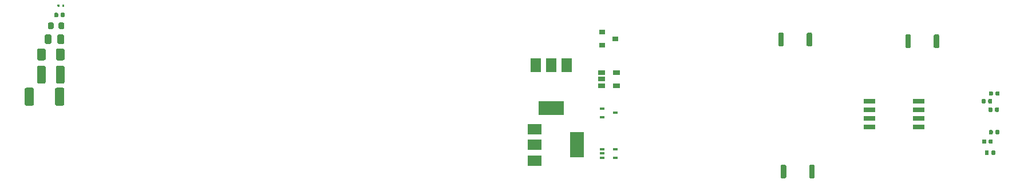
<source format=gbr>
G04 #@! TF.GenerationSoftware,KiCad,Pcbnew,(5.1.5)-3*
G04 #@! TF.CreationDate,2021-08-16T12:29:15-05:00*
G04 #@! TF.ProjectId,Valpo-PCB-Ruler,56616c70-6f2d-4504-9342-2d52756c6572,rev?*
G04 #@! TF.SameCoordinates,Original*
G04 #@! TF.FileFunction,Paste,Bot*
G04 #@! TF.FilePolarity,Positive*
%FSLAX46Y46*%
G04 Gerber Fmt 4.6, Leading zero omitted, Abs format (unit mm)*
G04 Created by KiCad (PCBNEW (5.1.5)-3) date 2021-08-16 12:29:15*
%MOMM*%
%LPD*%
G04 APERTURE LIST*
%ADD10R,0.650000X0.400000*%
%ADD11R,1.060000X0.650000*%
%ADD12R,2.000000X1.500000*%
%ADD13R,2.000000X3.800000*%
%ADD14R,1.500000X2.000000*%
%ADD15R,3.800000X2.000000*%
%ADD16R,0.700000X0.450000*%
%ADD17R,0.900000X0.800000*%
%ADD18R,1.700000X0.650000*%
%ADD19C,0.100000*%
G04 APERTURE END LIST*
D10*
X143438000Y-89282000D03*
X143438000Y-87982000D03*
X141538000Y-88632000D03*
X141538000Y-87982000D03*
X141538000Y-89282000D03*
D11*
X143588000Y-78582000D03*
X143588000Y-76682000D03*
X141388000Y-76682000D03*
X141388000Y-77632000D03*
X141388000Y-78582000D03*
D12*
X131470000Y-89676000D03*
X131470000Y-85076000D03*
X131470000Y-87376000D03*
D13*
X137770000Y-87376000D03*
D14*
X131680000Y-75578000D03*
X136280000Y-75578000D03*
X133980000Y-75578000D03*
D15*
X133980000Y-81878000D03*
D16*
X143488000Y-82632000D03*
X141488000Y-81982000D03*
X141488000Y-83282000D03*
D17*
X143488000Y-71632000D03*
X141488000Y-70682000D03*
X141488000Y-72582000D03*
D18*
X188308000Y-84709000D03*
X188308000Y-83439000D03*
X188308000Y-82169000D03*
X188308000Y-80899000D03*
X181008000Y-80899000D03*
X181008000Y-82169000D03*
X181008000Y-83439000D03*
X181008000Y-84709000D03*
D19*
G36*
X199062258Y-80584510D02*
G01*
X199076576Y-80586634D01*
X199090617Y-80590151D01*
X199104246Y-80595028D01*
X199117331Y-80601217D01*
X199129747Y-80608658D01*
X199141373Y-80617281D01*
X199152098Y-80627002D01*
X199161819Y-80637727D01*
X199170442Y-80649353D01*
X199177883Y-80661769D01*
X199184072Y-80674854D01*
X199188949Y-80688483D01*
X199192466Y-80702524D01*
X199194590Y-80716842D01*
X199195300Y-80731300D01*
X199195300Y-81076300D01*
X199194590Y-81090758D01*
X199192466Y-81105076D01*
X199188949Y-81119117D01*
X199184072Y-81132746D01*
X199177883Y-81145831D01*
X199170442Y-81158247D01*
X199161819Y-81169873D01*
X199152098Y-81180598D01*
X199141373Y-81190319D01*
X199129747Y-81198942D01*
X199117331Y-81206383D01*
X199104246Y-81212572D01*
X199090617Y-81217449D01*
X199076576Y-81220966D01*
X199062258Y-81223090D01*
X199047800Y-81223800D01*
X198752800Y-81223800D01*
X198738342Y-81223090D01*
X198724024Y-81220966D01*
X198709983Y-81217449D01*
X198696354Y-81212572D01*
X198683269Y-81206383D01*
X198670853Y-81198942D01*
X198659227Y-81190319D01*
X198648502Y-81180598D01*
X198638781Y-81169873D01*
X198630158Y-81158247D01*
X198622717Y-81145831D01*
X198616528Y-81132746D01*
X198611651Y-81119117D01*
X198608134Y-81105076D01*
X198606010Y-81090758D01*
X198605300Y-81076300D01*
X198605300Y-80731300D01*
X198606010Y-80716842D01*
X198608134Y-80702524D01*
X198611651Y-80688483D01*
X198616528Y-80674854D01*
X198622717Y-80661769D01*
X198630158Y-80649353D01*
X198638781Y-80637727D01*
X198648502Y-80627002D01*
X198659227Y-80617281D01*
X198670853Y-80608658D01*
X198683269Y-80601217D01*
X198696354Y-80595028D01*
X198709983Y-80590151D01*
X198724024Y-80586634D01*
X198738342Y-80584510D01*
X198752800Y-80583800D01*
X199047800Y-80583800D01*
X199062258Y-80584510D01*
G37*
G36*
X198092258Y-80584510D02*
G01*
X198106576Y-80586634D01*
X198120617Y-80590151D01*
X198134246Y-80595028D01*
X198147331Y-80601217D01*
X198159747Y-80608658D01*
X198171373Y-80617281D01*
X198182098Y-80627002D01*
X198191819Y-80637727D01*
X198200442Y-80649353D01*
X198207883Y-80661769D01*
X198214072Y-80674854D01*
X198218949Y-80688483D01*
X198222466Y-80702524D01*
X198224590Y-80716842D01*
X198225300Y-80731300D01*
X198225300Y-81076300D01*
X198224590Y-81090758D01*
X198222466Y-81105076D01*
X198218949Y-81119117D01*
X198214072Y-81132746D01*
X198207883Y-81145831D01*
X198200442Y-81158247D01*
X198191819Y-81169873D01*
X198182098Y-81180598D01*
X198171373Y-81190319D01*
X198159747Y-81198942D01*
X198147331Y-81206383D01*
X198134246Y-81212572D01*
X198120617Y-81217449D01*
X198106576Y-81220966D01*
X198092258Y-81223090D01*
X198077800Y-81223800D01*
X197782800Y-81223800D01*
X197768342Y-81223090D01*
X197754024Y-81220966D01*
X197739983Y-81217449D01*
X197726354Y-81212572D01*
X197713269Y-81206383D01*
X197700853Y-81198942D01*
X197689227Y-81190319D01*
X197678502Y-81180598D01*
X197668781Y-81169873D01*
X197660158Y-81158247D01*
X197652717Y-81145831D01*
X197646528Y-81132746D01*
X197641651Y-81119117D01*
X197638134Y-81105076D01*
X197636010Y-81090758D01*
X197635300Y-81076300D01*
X197635300Y-80731300D01*
X197636010Y-80716842D01*
X197638134Y-80702524D01*
X197641651Y-80688483D01*
X197646528Y-80674854D01*
X197652717Y-80661769D01*
X197660158Y-80649353D01*
X197668781Y-80637727D01*
X197678502Y-80627002D01*
X197689227Y-80617281D01*
X197700853Y-80608658D01*
X197713269Y-80601217D01*
X197726354Y-80595028D01*
X197739983Y-80590151D01*
X197754024Y-80586634D01*
X197768342Y-80584510D01*
X197782800Y-80583800D01*
X198077800Y-80583800D01*
X198092258Y-80584510D01*
G37*
G36*
X200062258Y-81834510D02*
G01*
X200076576Y-81836634D01*
X200090617Y-81840151D01*
X200104246Y-81845028D01*
X200117331Y-81851217D01*
X200129747Y-81858658D01*
X200141373Y-81867281D01*
X200152098Y-81877002D01*
X200161819Y-81887727D01*
X200170442Y-81899353D01*
X200177883Y-81911769D01*
X200184072Y-81924854D01*
X200188949Y-81938483D01*
X200192466Y-81952524D01*
X200194590Y-81966842D01*
X200195300Y-81981300D01*
X200195300Y-82326300D01*
X200194590Y-82340758D01*
X200192466Y-82355076D01*
X200188949Y-82369117D01*
X200184072Y-82382746D01*
X200177883Y-82395831D01*
X200170442Y-82408247D01*
X200161819Y-82419873D01*
X200152098Y-82430598D01*
X200141373Y-82440319D01*
X200129747Y-82448942D01*
X200117331Y-82456383D01*
X200104246Y-82462572D01*
X200090617Y-82467449D01*
X200076576Y-82470966D01*
X200062258Y-82473090D01*
X200047800Y-82473800D01*
X199752800Y-82473800D01*
X199738342Y-82473090D01*
X199724024Y-82470966D01*
X199709983Y-82467449D01*
X199696354Y-82462572D01*
X199683269Y-82456383D01*
X199670853Y-82448942D01*
X199659227Y-82440319D01*
X199648502Y-82430598D01*
X199638781Y-82419873D01*
X199630158Y-82408247D01*
X199622717Y-82395831D01*
X199616528Y-82382746D01*
X199611651Y-82369117D01*
X199608134Y-82355076D01*
X199606010Y-82340758D01*
X199605300Y-82326300D01*
X199605300Y-81981300D01*
X199606010Y-81966842D01*
X199608134Y-81952524D01*
X199611651Y-81938483D01*
X199616528Y-81924854D01*
X199622717Y-81911769D01*
X199630158Y-81899353D01*
X199638781Y-81887727D01*
X199648502Y-81877002D01*
X199659227Y-81867281D01*
X199670853Y-81858658D01*
X199683269Y-81851217D01*
X199696354Y-81845028D01*
X199709983Y-81840151D01*
X199724024Y-81836634D01*
X199738342Y-81834510D01*
X199752800Y-81833800D01*
X200047800Y-81833800D01*
X200062258Y-81834510D01*
G37*
G36*
X199092258Y-81834510D02*
G01*
X199106576Y-81836634D01*
X199120617Y-81840151D01*
X199134246Y-81845028D01*
X199147331Y-81851217D01*
X199159747Y-81858658D01*
X199171373Y-81867281D01*
X199182098Y-81877002D01*
X199191819Y-81887727D01*
X199200442Y-81899353D01*
X199207883Y-81911769D01*
X199214072Y-81924854D01*
X199218949Y-81938483D01*
X199222466Y-81952524D01*
X199224590Y-81966842D01*
X199225300Y-81981300D01*
X199225300Y-82326300D01*
X199224590Y-82340758D01*
X199222466Y-82355076D01*
X199218949Y-82369117D01*
X199214072Y-82382746D01*
X199207883Y-82395831D01*
X199200442Y-82408247D01*
X199191819Y-82419873D01*
X199182098Y-82430598D01*
X199171373Y-82440319D01*
X199159747Y-82448942D01*
X199147331Y-82456383D01*
X199134246Y-82462572D01*
X199120617Y-82467449D01*
X199106576Y-82470966D01*
X199092258Y-82473090D01*
X199077800Y-82473800D01*
X198782800Y-82473800D01*
X198768342Y-82473090D01*
X198754024Y-82470966D01*
X198739983Y-82467449D01*
X198726354Y-82462572D01*
X198713269Y-82456383D01*
X198700853Y-82448942D01*
X198689227Y-82440319D01*
X198678502Y-82430598D01*
X198668781Y-82419873D01*
X198660158Y-82408247D01*
X198652717Y-82395831D01*
X198646528Y-82382746D01*
X198641651Y-82369117D01*
X198638134Y-82355076D01*
X198636010Y-82340758D01*
X198635300Y-82326300D01*
X198635300Y-81981300D01*
X198636010Y-81966842D01*
X198638134Y-81952524D01*
X198641651Y-81938483D01*
X198646528Y-81924854D01*
X198652717Y-81911769D01*
X198660158Y-81899353D01*
X198668781Y-81887727D01*
X198678502Y-81877002D01*
X198689227Y-81867281D01*
X198700853Y-81858658D01*
X198713269Y-81851217D01*
X198726354Y-81845028D01*
X198739983Y-81840151D01*
X198754024Y-81836634D01*
X198768342Y-81834510D01*
X198782800Y-81833800D01*
X199077800Y-81833800D01*
X199092258Y-81834510D01*
G37*
G36*
X199147958Y-86561410D02*
G01*
X199162276Y-86563534D01*
X199176317Y-86567051D01*
X199189946Y-86571928D01*
X199203031Y-86578117D01*
X199215447Y-86585558D01*
X199227073Y-86594181D01*
X199237798Y-86603902D01*
X199247519Y-86614627D01*
X199256142Y-86626253D01*
X199263583Y-86638669D01*
X199269772Y-86651754D01*
X199274649Y-86665383D01*
X199278166Y-86679424D01*
X199280290Y-86693742D01*
X199281000Y-86708200D01*
X199281000Y-87053200D01*
X199280290Y-87067658D01*
X199278166Y-87081976D01*
X199274649Y-87096017D01*
X199269772Y-87109646D01*
X199263583Y-87122731D01*
X199256142Y-87135147D01*
X199247519Y-87146773D01*
X199237798Y-87157498D01*
X199227073Y-87167219D01*
X199215447Y-87175842D01*
X199203031Y-87183283D01*
X199189946Y-87189472D01*
X199176317Y-87194349D01*
X199162276Y-87197866D01*
X199147958Y-87199990D01*
X199133500Y-87200700D01*
X198838500Y-87200700D01*
X198824042Y-87199990D01*
X198809724Y-87197866D01*
X198795683Y-87194349D01*
X198782054Y-87189472D01*
X198768969Y-87183283D01*
X198756553Y-87175842D01*
X198744927Y-87167219D01*
X198734202Y-87157498D01*
X198724481Y-87146773D01*
X198715858Y-87135147D01*
X198708417Y-87122731D01*
X198702228Y-87109646D01*
X198697351Y-87096017D01*
X198693834Y-87081976D01*
X198691710Y-87067658D01*
X198691000Y-87053200D01*
X198691000Y-86708200D01*
X198691710Y-86693742D01*
X198693834Y-86679424D01*
X198697351Y-86665383D01*
X198702228Y-86651754D01*
X198708417Y-86638669D01*
X198715858Y-86626253D01*
X198724481Y-86614627D01*
X198734202Y-86603902D01*
X198744927Y-86594181D01*
X198756553Y-86585558D01*
X198768969Y-86578117D01*
X198782054Y-86571928D01*
X198795683Y-86567051D01*
X198809724Y-86563534D01*
X198824042Y-86561410D01*
X198838500Y-86560700D01*
X199133500Y-86560700D01*
X199147958Y-86561410D01*
G37*
G36*
X198177958Y-86561410D02*
G01*
X198192276Y-86563534D01*
X198206317Y-86567051D01*
X198219946Y-86571928D01*
X198233031Y-86578117D01*
X198245447Y-86585558D01*
X198257073Y-86594181D01*
X198267798Y-86603902D01*
X198277519Y-86614627D01*
X198286142Y-86626253D01*
X198293583Y-86638669D01*
X198299772Y-86651754D01*
X198304649Y-86665383D01*
X198308166Y-86679424D01*
X198310290Y-86693742D01*
X198311000Y-86708200D01*
X198311000Y-87053200D01*
X198310290Y-87067658D01*
X198308166Y-87081976D01*
X198304649Y-87096017D01*
X198299772Y-87109646D01*
X198293583Y-87122731D01*
X198286142Y-87135147D01*
X198277519Y-87146773D01*
X198267798Y-87157498D01*
X198257073Y-87167219D01*
X198245447Y-87175842D01*
X198233031Y-87183283D01*
X198219946Y-87189472D01*
X198206317Y-87194349D01*
X198192276Y-87197866D01*
X198177958Y-87199990D01*
X198163500Y-87200700D01*
X197868500Y-87200700D01*
X197854042Y-87199990D01*
X197839724Y-87197866D01*
X197825683Y-87194349D01*
X197812054Y-87189472D01*
X197798969Y-87183283D01*
X197786553Y-87175842D01*
X197774927Y-87167219D01*
X197764202Y-87157498D01*
X197754481Y-87146773D01*
X197745858Y-87135147D01*
X197738417Y-87122731D01*
X197732228Y-87109646D01*
X197727351Y-87096017D01*
X197723834Y-87081976D01*
X197721710Y-87067658D01*
X197721000Y-87053200D01*
X197721000Y-86708200D01*
X197721710Y-86693742D01*
X197723834Y-86679424D01*
X197727351Y-86665383D01*
X197732228Y-86651754D01*
X197738417Y-86638669D01*
X197745858Y-86626253D01*
X197754481Y-86614627D01*
X197764202Y-86603902D01*
X197774927Y-86594181D01*
X197786553Y-86585558D01*
X197798969Y-86578117D01*
X197812054Y-86571928D01*
X197825683Y-86567051D01*
X197839724Y-86563534D01*
X197854042Y-86561410D01*
X197868500Y-86560700D01*
X198163500Y-86560700D01*
X198177958Y-86561410D01*
G37*
G36*
X200140958Y-79436710D02*
G01*
X200155276Y-79438834D01*
X200169317Y-79442351D01*
X200182946Y-79447228D01*
X200196031Y-79453417D01*
X200208447Y-79460858D01*
X200220073Y-79469481D01*
X200230798Y-79479202D01*
X200240519Y-79489927D01*
X200249142Y-79501553D01*
X200256583Y-79513969D01*
X200262772Y-79527054D01*
X200267649Y-79540683D01*
X200271166Y-79554724D01*
X200273290Y-79569042D01*
X200274000Y-79583500D01*
X200274000Y-79928500D01*
X200273290Y-79942958D01*
X200271166Y-79957276D01*
X200267649Y-79971317D01*
X200262772Y-79984946D01*
X200256583Y-79998031D01*
X200249142Y-80010447D01*
X200240519Y-80022073D01*
X200230798Y-80032798D01*
X200220073Y-80042519D01*
X200208447Y-80051142D01*
X200196031Y-80058583D01*
X200182946Y-80064772D01*
X200169317Y-80069649D01*
X200155276Y-80073166D01*
X200140958Y-80075290D01*
X200126500Y-80076000D01*
X199831500Y-80076000D01*
X199817042Y-80075290D01*
X199802724Y-80073166D01*
X199788683Y-80069649D01*
X199775054Y-80064772D01*
X199761969Y-80058583D01*
X199749553Y-80051142D01*
X199737927Y-80042519D01*
X199727202Y-80032798D01*
X199717481Y-80022073D01*
X199708858Y-80010447D01*
X199701417Y-79998031D01*
X199695228Y-79984946D01*
X199690351Y-79971317D01*
X199686834Y-79957276D01*
X199684710Y-79942958D01*
X199684000Y-79928500D01*
X199684000Y-79583500D01*
X199684710Y-79569042D01*
X199686834Y-79554724D01*
X199690351Y-79540683D01*
X199695228Y-79527054D01*
X199701417Y-79513969D01*
X199708858Y-79501553D01*
X199717481Y-79489927D01*
X199727202Y-79479202D01*
X199737927Y-79469481D01*
X199749553Y-79460858D01*
X199761969Y-79453417D01*
X199775054Y-79447228D01*
X199788683Y-79442351D01*
X199802724Y-79438834D01*
X199817042Y-79436710D01*
X199831500Y-79436000D01*
X200126500Y-79436000D01*
X200140958Y-79436710D01*
G37*
G36*
X199170958Y-79436710D02*
G01*
X199185276Y-79438834D01*
X199199317Y-79442351D01*
X199212946Y-79447228D01*
X199226031Y-79453417D01*
X199238447Y-79460858D01*
X199250073Y-79469481D01*
X199260798Y-79479202D01*
X199270519Y-79489927D01*
X199279142Y-79501553D01*
X199286583Y-79513969D01*
X199292772Y-79527054D01*
X199297649Y-79540683D01*
X199301166Y-79554724D01*
X199303290Y-79569042D01*
X199304000Y-79583500D01*
X199304000Y-79928500D01*
X199303290Y-79942958D01*
X199301166Y-79957276D01*
X199297649Y-79971317D01*
X199292772Y-79984946D01*
X199286583Y-79998031D01*
X199279142Y-80010447D01*
X199270519Y-80022073D01*
X199260798Y-80032798D01*
X199250073Y-80042519D01*
X199238447Y-80051142D01*
X199226031Y-80058583D01*
X199212946Y-80064772D01*
X199199317Y-80069649D01*
X199185276Y-80073166D01*
X199170958Y-80075290D01*
X199156500Y-80076000D01*
X198861500Y-80076000D01*
X198847042Y-80075290D01*
X198832724Y-80073166D01*
X198818683Y-80069649D01*
X198805054Y-80064772D01*
X198791969Y-80058583D01*
X198779553Y-80051142D01*
X198767927Y-80042519D01*
X198757202Y-80032798D01*
X198747481Y-80022073D01*
X198738858Y-80010447D01*
X198731417Y-79998031D01*
X198725228Y-79984946D01*
X198720351Y-79971317D01*
X198716834Y-79957276D01*
X198714710Y-79942958D01*
X198714000Y-79928500D01*
X198714000Y-79583500D01*
X198714710Y-79569042D01*
X198716834Y-79554724D01*
X198720351Y-79540683D01*
X198725228Y-79527054D01*
X198731417Y-79513969D01*
X198738858Y-79501553D01*
X198747481Y-79489927D01*
X198757202Y-79479202D01*
X198767927Y-79469481D01*
X198779553Y-79460858D01*
X198791969Y-79453417D01*
X198805054Y-79447228D01*
X198818683Y-79442351D01*
X198832724Y-79438834D01*
X198847042Y-79436710D01*
X198861500Y-79436000D01*
X199156500Y-79436000D01*
X199170958Y-79436710D01*
G37*
G36*
X199528958Y-88199710D02*
G01*
X199543276Y-88201834D01*
X199557317Y-88205351D01*
X199570946Y-88210228D01*
X199584031Y-88216417D01*
X199596447Y-88223858D01*
X199608073Y-88232481D01*
X199618798Y-88242202D01*
X199628519Y-88252927D01*
X199637142Y-88264553D01*
X199644583Y-88276969D01*
X199650772Y-88290054D01*
X199655649Y-88303683D01*
X199659166Y-88317724D01*
X199661290Y-88332042D01*
X199662000Y-88346500D01*
X199662000Y-88691500D01*
X199661290Y-88705958D01*
X199659166Y-88720276D01*
X199655649Y-88734317D01*
X199650772Y-88747946D01*
X199644583Y-88761031D01*
X199637142Y-88773447D01*
X199628519Y-88785073D01*
X199618798Y-88795798D01*
X199608073Y-88805519D01*
X199596447Y-88814142D01*
X199584031Y-88821583D01*
X199570946Y-88827772D01*
X199557317Y-88832649D01*
X199543276Y-88836166D01*
X199528958Y-88838290D01*
X199514500Y-88839000D01*
X199219500Y-88839000D01*
X199205042Y-88838290D01*
X199190724Y-88836166D01*
X199176683Y-88832649D01*
X199163054Y-88827772D01*
X199149969Y-88821583D01*
X199137553Y-88814142D01*
X199125927Y-88805519D01*
X199115202Y-88795798D01*
X199105481Y-88785073D01*
X199096858Y-88773447D01*
X199089417Y-88761031D01*
X199083228Y-88747946D01*
X199078351Y-88734317D01*
X199074834Y-88720276D01*
X199072710Y-88705958D01*
X199072000Y-88691500D01*
X199072000Y-88346500D01*
X199072710Y-88332042D01*
X199074834Y-88317724D01*
X199078351Y-88303683D01*
X199083228Y-88290054D01*
X199089417Y-88276969D01*
X199096858Y-88264553D01*
X199105481Y-88252927D01*
X199115202Y-88242202D01*
X199125927Y-88232481D01*
X199137553Y-88223858D01*
X199149969Y-88216417D01*
X199163054Y-88210228D01*
X199176683Y-88205351D01*
X199190724Y-88201834D01*
X199205042Y-88199710D01*
X199219500Y-88199000D01*
X199514500Y-88199000D01*
X199528958Y-88199710D01*
G37*
G36*
X198558958Y-88199710D02*
G01*
X198573276Y-88201834D01*
X198587317Y-88205351D01*
X198600946Y-88210228D01*
X198614031Y-88216417D01*
X198626447Y-88223858D01*
X198638073Y-88232481D01*
X198648798Y-88242202D01*
X198658519Y-88252927D01*
X198667142Y-88264553D01*
X198674583Y-88276969D01*
X198680772Y-88290054D01*
X198685649Y-88303683D01*
X198689166Y-88317724D01*
X198691290Y-88332042D01*
X198692000Y-88346500D01*
X198692000Y-88691500D01*
X198691290Y-88705958D01*
X198689166Y-88720276D01*
X198685649Y-88734317D01*
X198680772Y-88747946D01*
X198674583Y-88761031D01*
X198667142Y-88773447D01*
X198658519Y-88785073D01*
X198648798Y-88795798D01*
X198638073Y-88805519D01*
X198626447Y-88814142D01*
X198614031Y-88821583D01*
X198600946Y-88827772D01*
X198587317Y-88832649D01*
X198573276Y-88836166D01*
X198558958Y-88838290D01*
X198544500Y-88839000D01*
X198249500Y-88839000D01*
X198235042Y-88838290D01*
X198220724Y-88836166D01*
X198206683Y-88832649D01*
X198193054Y-88827772D01*
X198179969Y-88821583D01*
X198167553Y-88814142D01*
X198155927Y-88805519D01*
X198145202Y-88795798D01*
X198135481Y-88785073D01*
X198126858Y-88773447D01*
X198119417Y-88761031D01*
X198113228Y-88747946D01*
X198108351Y-88734317D01*
X198104834Y-88720276D01*
X198102710Y-88705958D01*
X198102000Y-88691500D01*
X198102000Y-88346500D01*
X198102710Y-88332042D01*
X198104834Y-88317724D01*
X198108351Y-88303683D01*
X198113228Y-88290054D01*
X198119417Y-88276969D01*
X198126858Y-88264553D01*
X198135481Y-88252927D01*
X198145202Y-88242202D01*
X198155927Y-88232481D01*
X198167553Y-88223858D01*
X198179969Y-88216417D01*
X198193054Y-88210228D01*
X198206683Y-88205351D01*
X198220724Y-88201834D01*
X198235042Y-88199710D01*
X198249500Y-88199000D01*
X198544500Y-88199000D01*
X198558958Y-88199710D01*
G37*
G36*
X199153458Y-85164410D02*
G01*
X199167776Y-85166534D01*
X199181817Y-85170051D01*
X199195446Y-85174928D01*
X199208531Y-85181117D01*
X199220947Y-85188558D01*
X199232573Y-85197181D01*
X199243298Y-85206902D01*
X199253019Y-85217627D01*
X199261642Y-85229253D01*
X199269083Y-85241669D01*
X199275272Y-85254754D01*
X199280149Y-85268383D01*
X199283666Y-85282424D01*
X199285790Y-85296742D01*
X199286500Y-85311200D01*
X199286500Y-85656200D01*
X199285790Y-85670658D01*
X199283666Y-85684976D01*
X199280149Y-85699017D01*
X199275272Y-85712646D01*
X199269083Y-85725731D01*
X199261642Y-85738147D01*
X199253019Y-85749773D01*
X199243298Y-85760498D01*
X199232573Y-85770219D01*
X199220947Y-85778842D01*
X199208531Y-85786283D01*
X199195446Y-85792472D01*
X199181817Y-85797349D01*
X199167776Y-85800866D01*
X199153458Y-85802990D01*
X199139000Y-85803700D01*
X198844000Y-85803700D01*
X198829542Y-85802990D01*
X198815224Y-85800866D01*
X198801183Y-85797349D01*
X198787554Y-85792472D01*
X198774469Y-85786283D01*
X198762053Y-85778842D01*
X198750427Y-85770219D01*
X198739702Y-85760498D01*
X198729981Y-85749773D01*
X198721358Y-85738147D01*
X198713917Y-85725731D01*
X198707728Y-85712646D01*
X198702851Y-85699017D01*
X198699334Y-85684976D01*
X198697210Y-85670658D01*
X198696500Y-85656200D01*
X198696500Y-85311200D01*
X198697210Y-85296742D01*
X198699334Y-85282424D01*
X198702851Y-85268383D01*
X198707728Y-85254754D01*
X198713917Y-85241669D01*
X198721358Y-85229253D01*
X198729981Y-85217627D01*
X198739702Y-85206902D01*
X198750427Y-85197181D01*
X198762053Y-85188558D01*
X198774469Y-85181117D01*
X198787554Y-85174928D01*
X198801183Y-85170051D01*
X198815224Y-85166534D01*
X198829542Y-85164410D01*
X198844000Y-85163700D01*
X199139000Y-85163700D01*
X199153458Y-85164410D01*
G37*
G36*
X200123458Y-85164410D02*
G01*
X200137776Y-85166534D01*
X200151817Y-85170051D01*
X200165446Y-85174928D01*
X200178531Y-85181117D01*
X200190947Y-85188558D01*
X200202573Y-85197181D01*
X200213298Y-85206902D01*
X200223019Y-85217627D01*
X200231642Y-85229253D01*
X200239083Y-85241669D01*
X200245272Y-85254754D01*
X200250149Y-85268383D01*
X200253666Y-85282424D01*
X200255790Y-85296742D01*
X200256500Y-85311200D01*
X200256500Y-85656200D01*
X200255790Y-85670658D01*
X200253666Y-85684976D01*
X200250149Y-85699017D01*
X200245272Y-85712646D01*
X200239083Y-85725731D01*
X200231642Y-85738147D01*
X200223019Y-85749773D01*
X200213298Y-85760498D01*
X200202573Y-85770219D01*
X200190947Y-85778842D01*
X200178531Y-85786283D01*
X200165446Y-85792472D01*
X200151817Y-85797349D01*
X200137776Y-85800866D01*
X200123458Y-85802990D01*
X200109000Y-85803700D01*
X199814000Y-85803700D01*
X199799542Y-85802990D01*
X199785224Y-85800866D01*
X199771183Y-85797349D01*
X199757554Y-85792472D01*
X199744469Y-85786283D01*
X199732053Y-85778842D01*
X199720427Y-85770219D01*
X199709702Y-85760498D01*
X199699981Y-85749773D01*
X199691358Y-85738147D01*
X199683917Y-85725731D01*
X199677728Y-85712646D01*
X199672851Y-85699017D01*
X199669334Y-85684976D01*
X199667210Y-85670658D01*
X199666500Y-85656200D01*
X199666500Y-85311200D01*
X199667210Y-85296742D01*
X199669334Y-85282424D01*
X199672851Y-85268383D01*
X199677728Y-85254754D01*
X199683917Y-85241669D01*
X199691358Y-85229253D01*
X199699981Y-85217627D01*
X199709702Y-85206902D01*
X199720427Y-85197181D01*
X199732053Y-85188558D01*
X199744469Y-85181117D01*
X199757554Y-85174928D01*
X199771183Y-85170051D01*
X199785224Y-85166534D01*
X199799542Y-85164410D01*
X199814000Y-85163700D01*
X200109000Y-85163700D01*
X200123458Y-85164410D01*
G37*
G36*
X172372603Y-70755963D02*
G01*
X172392018Y-70758843D01*
X172411057Y-70763612D01*
X172429537Y-70770224D01*
X172447279Y-70778616D01*
X172464114Y-70788706D01*
X172479879Y-70800398D01*
X172494421Y-70813579D01*
X172507602Y-70828121D01*
X172519294Y-70843886D01*
X172529384Y-70860721D01*
X172537776Y-70878463D01*
X172544388Y-70896943D01*
X172549157Y-70915982D01*
X172552037Y-70935397D01*
X172553000Y-70955000D01*
X172553000Y-72555000D01*
X172552037Y-72574603D01*
X172549157Y-72594018D01*
X172544388Y-72613057D01*
X172537776Y-72631537D01*
X172529384Y-72649279D01*
X172519294Y-72666114D01*
X172507602Y-72681879D01*
X172494421Y-72696421D01*
X172479879Y-72709602D01*
X172464114Y-72721294D01*
X172447279Y-72731384D01*
X172429537Y-72739776D01*
X172411057Y-72746388D01*
X172392018Y-72751157D01*
X172372603Y-72754037D01*
X172353000Y-72755000D01*
X171953000Y-72755000D01*
X171933397Y-72754037D01*
X171913982Y-72751157D01*
X171894943Y-72746388D01*
X171876463Y-72739776D01*
X171858721Y-72731384D01*
X171841886Y-72721294D01*
X171826121Y-72709602D01*
X171811579Y-72696421D01*
X171798398Y-72681879D01*
X171786706Y-72666114D01*
X171776616Y-72649279D01*
X171768224Y-72631537D01*
X171761612Y-72613057D01*
X171756843Y-72594018D01*
X171753963Y-72574603D01*
X171753000Y-72555000D01*
X171753000Y-70955000D01*
X171753963Y-70935397D01*
X171756843Y-70915982D01*
X171761612Y-70896943D01*
X171768224Y-70878463D01*
X171776616Y-70860721D01*
X171786706Y-70843886D01*
X171798398Y-70828121D01*
X171811579Y-70813579D01*
X171826121Y-70800398D01*
X171841886Y-70788706D01*
X171858721Y-70778616D01*
X171876463Y-70770224D01*
X171894943Y-70763612D01*
X171913982Y-70758843D01*
X171933397Y-70755963D01*
X171953000Y-70755000D01*
X172353000Y-70755000D01*
X172372603Y-70755963D01*
G37*
G36*
X168172603Y-70755963D02*
G01*
X168192018Y-70758843D01*
X168211057Y-70763612D01*
X168229537Y-70770224D01*
X168247279Y-70778616D01*
X168264114Y-70788706D01*
X168279879Y-70800398D01*
X168294421Y-70813579D01*
X168307602Y-70828121D01*
X168319294Y-70843886D01*
X168329384Y-70860721D01*
X168337776Y-70878463D01*
X168344388Y-70896943D01*
X168349157Y-70915982D01*
X168352037Y-70935397D01*
X168353000Y-70955000D01*
X168353000Y-72555000D01*
X168352037Y-72574603D01*
X168349157Y-72594018D01*
X168344388Y-72613057D01*
X168337776Y-72631537D01*
X168329384Y-72649279D01*
X168319294Y-72666114D01*
X168307602Y-72681879D01*
X168294421Y-72696421D01*
X168279879Y-72709602D01*
X168264114Y-72721294D01*
X168247279Y-72731384D01*
X168229537Y-72739776D01*
X168211057Y-72746388D01*
X168192018Y-72751157D01*
X168172603Y-72754037D01*
X168153000Y-72755000D01*
X167753000Y-72755000D01*
X167733397Y-72754037D01*
X167713982Y-72751157D01*
X167694943Y-72746388D01*
X167676463Y-72739776D01*
X167658721Y-72731384D01*
X167641886Y-72721294D01*
X167626121Y-72709602D01*
X167611579Y-72696421D01*
X167598398Y-72681879D01*
X167586706Y-72666114D01*
X167576616Y-72649279D01*
X167568224Y-72631537D01*
X167561612Y-72613057D01*
X167556843Y-72594018D01*
X167553963Y-72574603D01*
X167553000Y-72555000D01*
X167553000Y-70955000D01*
X167553963Y-70935397D01*
X167556843Y-70915982D01*
X167561612Y-70896943D01*
X167568224Y-70878463D01*
X167576616Y-70860721D01*
X167586706Y-70843886D01*
X167598398Y-70828121D01*
X167611579Y-70813579D01*
X167626121Y-70800398D01*
X167641886Y-70788706D01*
X167658721Y-70778616D01*
X167676463Y-70770224D01*
X167694943Y-70763612D01*
X167713982Y-70758843D01*
X167733397Y-70755963D01*
X167753000Y-70755000D01*
X168153000Y-70755000D01*
X168172603Y-70755963D01*
G37*
G36*
X172753603Y-90313963D02*
G01*
X172773018Y-90316843D01*
X172792057Y-90321612D01*
X172810537Y-90328224D01*
X172828279Y-90336616D01*
X172845114Y-90346706D01*
X172860879Y-90358398D01*
X172875421Y-90371579D01*
X172888602Y-90386121D01*
X172900294Y-90401886D01*
X172910384Y-90418721D01*
X172918776Y-90436463D01*
X172925388Y-90454943D01*
X172930157Y-90473982D01*
X172933037Y-90493397D01*
X172934000Y-90513000D01*
X172934000Y-92113000D01*
X172933037Y-92132603D01*
X172930157Y-92152018D01*
X172925388Y-92171057D01*
X172918776Y-92189537D01*
X172910384Y-92207279D01*
X172900294Y-92224114D01*
X172888602Y-92239879D01*
X172875421Y-92254421D01*
X172860879Y-92267602D01*
X172845114Y-92279294D01*
X172828279Y-92289384D01*
X172810537Y-92297776D01*
X172792057Y-92304388D01*
X172773018Y-92309157D01*
X172753603Y-92312037D01*
X172734000Y-92313000D01*
X172334000Y-92313000D01*
X172314397Y-92312037D01*
X172294982Y-92309157D01*
X172275943Y-92304388D01*
X172257463Y-92297776D01*
X172239721Y-92289384D01*
X172222886Y-92279294D01*
X172207121Y-92267602D01*
X172192579Y-92254421D01*
X172179398Y-92239879D01*
X172167706Y-92224114D01*
X172157616Y-92207279D01*
X172149224Y-92189537D01*
X172142612Y-92171057D01*
X172137843Y-92152018D01*
X172134963Y-92132603D01*
X172134000Y-92113000D01*
X172134000Y-90513000D01*
X172134963Y-90493397D01*
X172137843Y-90473982D01*
X172142612Y-90454943D01*
X172149224Y-90436463D01*
X172157616Y-90418721D01*
X172167706Y-90401886D01*
X172179398Y-90386121D01*
X172192579Y-90371579D01*
X172207121Y-90358398D01*
X172222886Y-90346706D01*
X172239721Y-90336616D01*
X172257463Y-90328224D01*
X172275943Y-90321612D01*
X172294982Y-90316843D01*
X172314397Y-90313963D01*
X172334000Y-90313000D01*
X172734000Y-90313000D01*
X172753603Y-90313963D01*
G37*
G36*
X168553603Y-90313963D02*
G01*
X168573018Y-90316843D01*
X168592057Y-90321612D01*
X168610537Y-90328224D01*
X168628279Y-90336616D01*
X168645114Y-90346706D01*
X168660879Y-90358398D01*
X168675421Y-90371579D01*
X168688602Y-90386121D01*
X168700294Y-90401886D01*
X168710384Y-90418721D01*
X168718776Y-90436463D01*
X168725388Y-90454943D01*
X168730157Y-90473982D01*
X168733037Y-90493397D01*
X168734000Y-90513000D01*
X168734000Y-92113000D01*
X168733037Y-92132603D01*
X168730157Y-92152018D01*
X168725388Y-92171057D01*
X168718776Y-92189537D01*
X168710384Y-92207279D01*
X168700294Y-92224114D01*
X168688602Y-92239879D01*
X168675421Y-92254421D01*
X168660879Y-92267602D01*
X168645114Y-92279294D01*
X168628279Y-92289384D01*
X168610537Y-92297776D01*
X168592057Y-92304388D01*
X168573018Y-92309157D01*
X168553603Y-92312037D01*
X168534000Y-92313000D01*
X168134000Y-92313000D01*
X168114397Y-92312037D01*
X168094982Y-92309157D01*
X168075943Y-92304388D01*
X168057463Y-92297776D01*
X168039721Y-92289384D01*
X168022886Y-92279294D01*
X168007121Y-92267602D01*
X167992579Y-92254421D01*
X167979398Y-92239879D01*
X167967706Y-92224114D01*
X167957616Y-92207279D01*
X167949224Y-92189537D01*
X167942612Y-92171057D01*
X167937843Y-92152018D01*
X167934963Y-92132603D01*
X167934000Y-92113000D01*
X167934000Y-90513000D01*
X167934963Y-90493397D01*
X167937843Y-90473982D01*
X167942612Y-90454943D01*
X167949224Y-90436463D01*
X167957616Y-90418721D01*
X167967706Y-90401886D01*
X167979398Y-90386121D01*
X167992579Y-90371579D01*
X168007121Y-90358398D01*
X168022886Y-90346706D01*
X168039721Y-90336616D01*
X168057463Y-90328224D01*
X168075943Y-90321612D01*
X168094982Y-90316843D01*
X168114397Y-90313963D01*
X168134000Y-90313000D01*
X168534000Y-90313000D01*
X168553603Y-90313963D01*
G37*
G36*
X186968603Y-71009963D02*
G01*
X186988018Y-71012843D01*
X187007057Y-71017612D01*
X187025537Y-71024224D01*
X187043279Y-71032616D01*
X187060114Y-71042706D01*
X187075879Y-71054398D01*
X187090421Y-71067579D01*
X187103602Y-71082121D01*
X187115294Y-71097886D01*
X187125384Y-71114721D01*
X187133776Y-71132463D01*
X187140388Y-71150943D01*
X187145157Y-71169982D01*
X187148037Y-71189397D01*
X187149000Y-71209000D01*
X187149000Y-72809000D01*
X187148037Y-72828603D01*
X187145157Y-72848018D01*
X187140388Y-72867057D01*
X187133776Y-72885537D01*
X187125384Y-72903279D01*
X187115294Y-72920114D01*
X187103602Y-72935879D01*
X187090421Y-72950421D01*
X187075879Y-72963602D01*
X187060114Y-72975294D01*
X187043279Y-72985384D01*
X187025537Y-72993776D01*
X187007057Y-73000388D01*
X186988018Y-73005157D01*
X186968603Y-73008037D01*
X186949000Y-73009000D01*
X186549000Y-73009000D01*
X186529397Y-73008037D01*
X186509982Y-73005157D01*
X186490943Y-73000388D01*
X186472463Y-72993776D01*
X186454721Y-72985384D01*
X186437886Y-72975294D01*
X186422121Y-72963602D01*
X186407579Y-72950421D01*
X186394398Y-72935879D01*
X186382706Y-72920114D01*
X186372616Y-72903279D01*
X186364224Y-72885537D01*
X186357612Y-72867057D01*
X186352843Y-72848018D01*
X186349963Y-72828603D01*
X186349000Y-72809000D01*
X186349000Y-71209000D01*
X186349963Y-71189397D01*
X186352843Y-71169982D01*
X186357612Y-71150943D01*
X186364224Y-71132463D01*
X186372616Y-71114721D01*
X186382706Y-71097886D01*
X186394398Y-71082121D01*
X186407579Y-71067579D01*
X186422121Y-71054398D01*
X186437886Y-71042706D01*
X186454721Y-71032616D01*
X186472463Y-71024224D01*
X186490943Y-71017612D01*
X186509982Y-71012843D01*
X186529397Y-71009963D01*
X186549000Y-71009000D01*
X186949000Y-71009000D01*
X186968603Y-71009963D01*
G37*
G36*
X191168603Y-71009963D02*
G01*
X191188018Y-71012843D01*
X191207057Y-71017612D01*
X191225537Y-71024224D01*
X191243279Y-71032616D01*
X191260114Y-71042706D01*
X191275879Y-71054398D01*
X191290421Y-71067579D01*
X191303602Y-71082121D01*
X191315294Y-71097886D01*
X191325384Y-71114721D01*
X191333776Y-71132463D01*
X191340388Y-71150943D01*
X191345157Y-71169982D01*
X191348037Y-71189397D01*
X191349000Y-71209000D01*
X191349000Y-72809000D01*
X191348037Y-72828603D01*
X191345157Y-72848018D01*
X191340388Y-72867057D01*
X191333776Y-72885537D01*
X191325384Y-72903279D01*
X191315294Y-72920114D01*
X191303602Y-72935879D01*
X191290421Y-72950421D01*
X191275879Y-72963602D01*
X191260114Y-72975294D01*
X191243279Y-72985384D01*
X191225537Y-72993776D01*
X191207057Y-73000388D01*
X191188018Y-73005157D01*
X191168603Y-73008037D01*
X191149000Y-73009000D01*
X190749000Y-73009000D01*
X190729397Y-73008037D01*
X190709982Y-73005157D01*
X190690943Y-73000388D01*
X190672463Y-72993776D01*
X190654721Y-72985384D01*
X190637886Y-72975294D01*
X190622121Y-72963602D01*
X190607579Y-72950421D01*
X190594398Y-72935879D01*
X190582706Y-72920114D01*
X190572616Y-72903279D01*
X190564224Y-72885537D01*
X190557612Y-72867057D01*
X190552843Y-72848018D01*
X190549963Y-72828603D01*
X190549000Y-72809000D01*
X190549000Y-71209000D01*
X190549963Y-71189397D01*
X190552843Y-71169982D01*
X190557612Y-71150943D01*
X190564224Y-71132463D01*
X190572616Y-71114721D01*
X190582706Y-71097886D01*
X190594398Y-71082121D01*
X190607579Y-71067579D01*
X190622121Y-71054398D01*
X190637886Y-71042706D01*
X190654721Y-71032616D01*
X190672463Y-71024224D01*
X190690943Y-71017612D01*
X190709982Y-71012843D01*
X190729397Y-71009963D01*
X190749000Y-71009000D01*
X191149000Y-71009000D01*
X191168603Y-71009963D01*
G37*
G36*
X61713027Y-78904404D02*
G01*
X61737295Y-78908004D01*
X61761094Y-78913965D01*
X61784193Y-78922230D01*
X61806372Y-78932720D01*
X61827415Y-78945332D01*
X61847121Y-78959947D01*
X61865299Y-78976423D01*
X61881775Y-78994601D01*
X61896390Y-79014307D01*
X61909002Y-79035350D01*
X61919492Y-79057529D01*
X61927757Y-79080628D01*
X61933718Y-79104427D01*
X61937318Y-79128695D01*
X61938522Y-79153199D01*
X61938522Y-81303201D01*
X61937318Y-81327705D01*
X61933718Y-81351973D01*
X61927757Y-81375772D01*
X61919492Y-81398871D01*
X61909002Y-81421050D01*
X61896390Y-81442093D01*
X61881775Y-81461799D01*
X61865299Y-81479977D01*
X61847121Y-81496453D01*
X61827415Y-81511068D01*
X61806372Y-81523680D01*
X61784193Y-81534170D01*
X61761094Y-81542435D01*
X61737295Y-81548396D01*
X61713027Y-81551996D01*
X61688523Y-81553200D01*
X60838521Y-81553200D01*
X60814017Y-81551996D01*
X60789749Y-81548396D01*
X60765950Y-81542435D01*
X60742851Y-81534170D01*
X60720672Y-81523680D01*
X60699629Y-81511068D01*
X60679923Y-81496453D01*
X60661745Y-81479977D01*
X60645269Y-81461799D01*
X60630654Y-81442093D01*
X60618042Y-81421050D01*
X60607552Y-81398871D01*
X60599287Y-81375772D01*
X60593326Y-81351973D01*
X60589726Y-81327705D01*
X60588522Y-81303201D01*
X60588522Y-79153199D01*
X60589726Y-79128695D01*
X60593326Y-79104427D01*
X60599287Y-79080628D01*
X60607552Y-79057529D01*
X60618042Y-79035350D01*
X60630654Y-79014307D01*
X60645269Y-78994601D01*
X60661745Y-78976423D01*
X60679923Y-78959947D01*
X60699629Y-78945332D01*
X60720672Y-78932720D01*
X60742851Y-78922230D01*
X60765950Y-78913965D01*
X60789749Y-78908004D01*
X60814017Y-78904404D01*
X60838521Y-78903200D01*
X61688523Y-78903200D01*
X61713027Y-78904404D01*
G37*
G36*
X57213027Y-78904404D02*
G01*
X57237295Y-78908004D01*
X57261094Y-78913965D01*
X57284193Y-78922230D01*
X57306372Y-78932720D01*
X57327415Y-78945332D01*
X57347121Y-78959947D01*
X57365299Y-78976423D01*
X57381775Y-78994601D01*
X57396390Y-79014307D01*
X57409002Y-79035350D01*
X57419492Y-79057529D01*
X57427757Y-79080628D01*
X57433718Y-79104427D01*
X57437318Y-79128695D01*
X57438522Y-79153199D01*
X57438522Y-81303201D01*
X57437318Y-81327705D01*
X57433718Y-81351973D01*
X57427757Y-81375772D01*
X57419492Y-81398871D01*
X57409002Y-81421050D01*
X57396390Y-81442093D01*
X57381775Y-81461799D01*
X57365299Y-81479977D01*
X57347121Y-81496453D01*
X57327415Y-81511068D01*
X57306372Y-81523680D01*
X57284193Y-81534170D01*
X57261094Y-81542435D01*
X57237295Y-81548396D01*
X57213027Y-81551996D01*
X57188523Y-81553200D01*
X56338521Y-81553200D01*
X56314017Y-81551996D01*
X56289749Y-81548396D01*
X56265950Y-81542435D01*
X56242851Y-81534170D01*
X56220672Y-81523680D01*
X56199629Y-81511068D01*
X56179923Y-81496453D01*
X56161745Y-81479977D01*
X56145269Y-81461799D01*
X56130654Y-81442093D01*
X56118042Y-81421050D01*
X56107552Y-81398871D01*
X56099287Y-81375772D01*
X56093326Y-81351973D01*
X56089726Y-81327705D01*
X56088522Y-81303201D01*
X56088522Y-79153199D01*
X56089726Y-79128695D01*
X56093326Y-79104427D01*
X56099287Y-79080628D01*
X56107552Y-79057529D01*
X56118042Y-79035350D01*
X56130654Y-79014307D01*
X56145269Y-78994601D01*
X56161745Y-78976423D01*
X56179923Y-78959947D01*
X56199629Y-78945332D01*
X56220672Y-78932720D01*
X56242851Y-78922230D01*
X56265950Y-78913965D01*
X56289749Y-78908004D01*
X56314017Y-78904404D01*
X56338521Y-78903200D01*
X57188523Y-78903200D01*
X57213027Y-78904404D01*
G37*
G36*
X61748968Y-75654404D02*
G01*
X61773237Y-75658004D01*
X61797035Y-75663965D01*
X61820135Y-75672230D01*
X61842313Y-75682720D01*
X61863357Y-75695333D01*
X61883062Y-75709947D01*
X61901241Y-75726423D01*
X61917717Y-75744602D01*
X61932331Y-75764307D01*
X61944944Y-75785351D01*
X61955434Y-75807529D01*
X61963699Y-75830629D01*
X61969660Y-75854427D01*
X61973260Y-75878696D01*
X61974464Y-75903200D01*
X61974464Y-78053200D01*
X61973260Y-78077704D01*
X61969660Y-78101973D01*
X61963699Y-78125771D01*
X61955434Y-78148871D01*
X61944944Y-78171049D01*
X61932331Y-78192093D01*
X61917717Y-78211798D01*
X61901241Y-78229977D01*
X61883062Y-78246453D01*
X61863357Y-78261067D01*
X61842313Y-78273680D01*
X61820135Y-78284170D01*
X61797035Y-78292435D01*
X61773237Y-78298396D01*
X61748968Y-78301996D01*
X61724464Y-78303200D01*
X60974464Y-78303200D01*
X60949960Y-78301996D01*
X60925691Y-78298396D01*
X60901893Y-78292435D01*
X60878793Y-78284170D01*
X60856615Y-78273680D01*
X60835571Y-78261067D01*
X60815866Y-78246453D01*
X60797687Y-78229977D01*
X60781211Y-78211798D01*
X60766597Y-78192093D01*
X60753984Y-78171049D01*
X60743494Y-78148871D01*
X60735229Y-78125771D01*
X60729268Y-78101973D01*
X60725668Y-78077704D01*
X60724464Y-78053200D01*
X60724464Y-75903200D01*
X60725668Y-75878696D01*
X60729268Y-75854427D01*
X60735229Y-75830629D01*
X60743494Y-75807529D01*
X60753984Y-75785351D01*
X60766597Y-75764307D01*
X60781211Y-75744602D01*
X60797687Y-75726423D01*
X60815866Y-75709947D01*
X60835571Y-75695333D01*
X60856615Y-75682720D01*
X60878793Y-75672230D01*
X60901893Y-75663965D01*
X60925691Y-75658004D01*
X60949960Y-75654404D01*
X60974464Y-75653200D01*
X61724464Y-75653200D01*
X61748968Y-75654404D01*
G37*
G36*
X58948968Y-75654404D02*
G01*
X58973237Y-75658004D01*
X58997035Y-75663965D01*
X59020135Y-75672230D01*
X59042313Y-75682720D01*
X59063357Y-75695333D01*
X59083062Y-75709947D01*
X59101241Y-75726423D01*
X59117717Y-75744602D01*
X59132331Y-75764307D01*
X59144944Y-75785351D01*
X59155434Y-75807529D01*
X59163699Y-75830629D01*
X59169660Y-75854427D01*
X59173260Y-75878696D01*
X59174464Y-75903200D01*
X59174464Y-78053200D01*
X59173260Y-78077704D01*
X59169660Y-78101973D01*
X59163699Y-78125771D01*
X59155434Y-78148871D01*
X59144944Y-78171049D01*
X59132331Y-78192093D01*
X59117717Y-78211798D01*
X59101241Y-78229977D01*
X59083062Y-78246453D01*
X59063357Y-78261067D01*
X59042313Y-78273680D01*
X59020135Y-78284170D01*
X58997035Y-78292435D01*
X58973237Y-78298396D01*
X58948968Y-78301996D01*
X58924464Y-78303200D01*
X58174464Y-78303200D01*
X58149960Y-78301996D01*
X58125691Y-78298396D01*
X58101893Y-78292435D01*
X58078793Y-78284170D01*
X58056615Y-78273680D01*
X58035571Y-78261067D01*
X58015866Y-78246453D01*
X57997687Y-78229977D01*
X57981211Y-78211798D01*
X57966597Y-78192093D01*
X57953984Y-78171049D01*
X57943494Y-78148871D01*
X57935229Y-78125771D01*
X57929268Y-78101973D01*
X57925668Y-78077704D01*
X57924464Y-78053200D01*
X57924464Y-75903200D01*
X57925668Y-75878696D01*
X57929268Y-75854427D01*
X57935229Y-75830629D01*
X57943494Y-75807529D01*
X57953984Y-75785351D01*
X57966597Y-75764307D01*
X57981211Y-75744602D01*
X57997687Y-75726423D01*
X58015866Y-75709947D01*
X58035571Y-75695333D01*
X58056615Y-75682720D01*
X58078793Y-75672230D01*
X58101893Y-75663965D01*
X58125691Y-75658004D01*
X58149960Y-75654404D01*
X58174464Y-75653200D01*
X58924464Y-75653200D01*
X58948968Y-75654404D01*
G37*
G36*
X61748968Y-73104404D02*
G01*
X61773237Y-73108004D01*
X61797035Y-73113965D01*
X61820135Y-73122230D01*
X61842313Y-73132720D01*
X61863357Y-73145333D01*
X61883062Y-73159947D01*
X61901241Y-73176423D01*
X61917717Y-73194602D01*
X61932331Y-73214307D01*
X61944944Y-73235351D01*
X61955434Y-73257529D01*
X61963699Y-73280629D01*
X61969660Y-73304427D01*
X61973260Y-73328696D01*
X61974464Y-73353200D01*
X61974464Y-74603200D01*
X61973260Y-74627704D01*
X61969660Y-74651973D01*
X61963699Y-74675771D01*
X61955434Y-74698871D01*
X61944944Y-74721049D01*
X61932331Y-74742093D01*
X61917717Y-74761798D01*
X61901241Y-74779977D01*
X61883062Y-74796453D01*
X61863357Y-74811067D01*
X61842313Y-74823680D01*
X61820135Y-74834170D01*
X61797035Y-74842435D01*
X61773237Y-74848396D01*
X61748968Y-74851996D01*
X61724464Y-74853200D01*
X60974464Y-74853200D01*
X60949960Y-74851996D01*
X60925691Y-74848396D01*
X60901893Y-74842435D01*
X60878793Y-74834170D01*
X60856615Y-74823680D01*
X60835571Y-74811067D01*
X60815866Y-74796453D01*
X60797687Y-74779977D01*
X60781211Y-74761798D01*
X60766597Y-74742093D01*
X60753984Y-74721049D01*
X60743494Y-74698871D01*
X60735229Y-74675771D01*
X60729268Y-74651973D01*
X60725668Y-74627704D01*
X60724464Y-74603200D01*
X60724464Y-73353200D01*
X60725668Y-73328696D01*
X60729268Y-73304427D01*
X60735229Y-73280629D01*
X60743494Y-73257529D01*
X60753984Y-73235351D01*
X60766597Y-73214307D01*
X60781211Y-73194602D01*
X60797687Y-73176423D01*
X60815866Y-73159947D01*
X60835571Y-73145333D01*
X60856615Y-73132720D01*
X60878793Y-73122230D01*
X60901893Y-73113965D01*
X60925691Y-73108004D01*
X60949960Y-73104404D01*
X60974464Y-73103200D01*
X61724464Y-73103200D01*
X61748968Y-73104404D01*
G37*
G36*
X58948968Y-73104404D02*
G01*
X58973237Y-73108004D01*
X58997035Y-73113965D01*
X59020135Y-73122230D01*
X59042313Y-73132720D01*
X59063357Y-73145333D01*
X59083062Y-73159947D01*
X59101241Y-73176423D01*
X59117717Y-73194602D01*
X59132331Y-73214307D01*
X59144944Y-73235351D01*
X59155434Y-73257529D01*
X59163699Y-73280629D01*
X59169660Y-73304427D01*
X59173260Y-73328696D01*
X59174464Y-73353200D01*
X59174464Y-74603200D01*
X59173260Y-74627704D01*
X59169660Y-74651973D01*
X59163699Y-74675771D01*
X59155434Y-74698871D01*
X59144944Y-74721049D01*
X59132331Y-74742093D01*
X59117717Y-74761798D01*
X59101241Y-74779977D01*
X59083062Y-74796453D01*
X59063357Y-74811067D01*
X59042313Y-74823680D01*
X59020135Y-74834170D01*
X58997035Y-74842435D01*
X58973237Y-74848396D01*
X58948968Y-74851996D01*
X58924464Y-74853200D01*
X58174464Y-74853200D01*
X58149960Y-74851996D01*
X58125691Y-74848396D01*
X58101893Y-74842435D01*
X58078793Y-74834170D01*
X58056615Y-74823680D01*
X58035571Y-74811067D01*
X58015866Y-74796453D01*
X57997687Y-74779977D01*
X57981211Y-74761798D01*
X57966597Y-74742093D01*
X57953984Y-74721049D01*
X57943494Y-74698871D01*
X57935229Y-74675771D01*
X57929268Y-74651973D01*
X57925668Y-74627704D01*
X57924464Y-74603200D01*
X57924464Y-73353200D01*
X57925668Y-73328696D01*
X57929268Y-73304427D01*
X57935229Y-73280629D01*
X57943494Y-73257529D01*
X57953984Y-73235351D01*
X57966597Y-73214307D01*
X57981211Y-73194602D01*
X57997687Y-73176423D01*
X58015866Y-73159947D01*
X58035571Y-73145333D01*
X58056615Y-73132720D01*
X58078793Y-73122230D01*
X58101893Y-73113965D01*
X58125691Y-73108004D01*
X58149960Y-73104404D01*
X58174464Y-73103200D01*
X58924464Y-73103200D01*
X58948968Y-73104404D01*
G37*
G36*
X61684296Y-71029374D02*
G01*
X61707957Y-71032884D01*
X61731161Y-71038696D01*
X61753683Y-71046754D01*
X61775307Y-71056982D01*
X61795824Y-71069279D01*
X61815037Y-71083529D01*
X61832761Y-71099593D01*
X61848825Y-71117317D01*
X61863075Y-71136530D01*
X61875372Y-71157047D01*
X61885600Y-71178671D01*
X61893658Y-71201193D01*
X61899470Y-71224397D01*
X61902980Y-71248058D01*
X61904154Y-71271950D01*
X61904154Y-72184450D01*
X61902980Y-72208342D01*
X61899470Y-72232003D01*
X61893658Y-72255207D01*
X61885600Y-72277729D01*
X61875372Y-72299353D01*
X61863075Y-72319870D01*
X61848825Y-72339083D01*
X61832761Y-72356807D01*
X61815037Y-72372871D01*
X61795824Y-72387121D01*
X61775307Y-72399418D01*
X61753683Y-72409646D01*
X61731161Y-72417704D01*
X61707957Y-72423516D01*
X61684296Y-72427026D01*
X61660404Y-72428200D01*
X61172904Y-72428200D01*
X61149012Y-72427026D01*
X61125351Y-72423516D01*
X61102147Y-72417704D01*
X61079625Y-72409646D01*
X61058001Y-72399418D01*
X61037484Y-72387121D01*
X61018271Y-72372871D01*
X61000547Y-72356807D01*
X60984483Y-72339083D01*
X60970233Y-72319870D01*
X60957936Y-72299353D01*
X60947708Y-72277729D01*
X60939650Y-72255207D01*
X60933838Y-72232003D01*
X60930328Y-72208342D01*
X60929154Y-72184450D01*
X60929154Y-71271950D01*
X60930328Y-71248058D01*
X60933838Y-71224397D01*
X60939650Y-71201193D01*
X60947708Y-71178671D01*
X60957936Y-71157047D01*
X60970233Y-71136530D01*
X60984483Y-71117317D01*
X61000547Y-71099593D01*
X61018271Y-71083529D01*
X61037484Y-71069279D01*
X61058001Y-71056982D01*
X61079625Y-71046754D01*
X61102147Y-71038696D01*
X61125351Y-71032884D01*
X61149012Y-71029374D01*
X61172904Y-71028200D01*
X61660404Y-71028200D01*
X61684296Y-71029374D01*
G37*
G36*
X59809296Y-71029374D02*
G01*
X59832957Y-71032884D01*
X59856161Y-71038696D01*
X59878683Y-71046754D01*
X59900307Y-71056982D01*
X59920824Y-71069279D01*
X59940037Y-71083529D01*
X59957761Y-71099593D01*
X59973825Y-71117317D01*
X59988075Y-71136530D01*
X60000372Y-71157047D01*
X60010600Y-71178671D01*
X60018658Y-71201193D01*
X60024470Y-71224397D01*
X60027980Y-71248058D01*
X60029154Y-71271950D01*
X60029154Y-72184450D01*
X60027980Y-72208342D01*
X60024470Y-72232003D01*
X60018658Y-72255207D01*
X60010600Y-72277729D01*
X60000372Y-72299353D01*
X59988075Y-72319870D01*
X59973825Y-72339083D01*
X59957761Y-72356807D01*
X59940037Y-72372871D01*
X59920824Y-72387121D01*
X59900307Y-72399418D01*
X59878683Y-72409646D01*
X59856161Y-72417704D01*
X59832957Y-72423516D01*
X59809296Y-72427026D01*
X59785404Y-72428200D01*
X59297904Y-72428200D01*
X59274012Y-72427026D01*
X59250351Y-72423516D01*
X59227147Y-72417704D01*
X59204625Y-72409646D01*
X59183001Y-72399418D01*
X59162484Y-72387121D01*
X59143271Y-72372871D01*
X59125547Y-72356807D01*
X59109483Y-72339083D01*
X59095233Y-72319870D01*
X59082936Y-72299353D01*
X59072708Y-72277729D01*
X59064650Y-72255207D01*
X59058838Y-72232003D01*
X59055328Y-72208342D01*
X59054154Y-72184450D01*
X59054154Y-71271950D01*
X59055328Y-71248058D01*
X59058838Y-71224397D01*
X59064650Y-71201193D01*
X59072708Y-71178671D01*
X59082936Y-71157047D01*
X59095233Y-71136530D01*
X59109483Y-71117317D01*
X59125547Y-71099593D01*
X59143271Y-71083529D01*
X59162484Y-71069279D01*
X59183001Y-71056982D01*
X59204625Y-71046754D01*
X59227147Y-71038696D01*
X59250351Y-71032884D01*
X59274012Y-71029374D01*
X59297904Y-71028200D01*
X59785404Y-71028200D01*
X59809296Y-71029374D01*
G37*
G36*
X61753721Y-69254253D02*
G01*
X61774956Y-69257403D01*
X61795780Y-69262619D01*
X61815992Y-69269851D01*
X61835398Y-69279030D01*
X61853811Y-69290066D01*
X61871054Y-69302854D01*
X61886960Y-69317270D01*
X61901376Y-69333176D01*
X61914164Y-69350419D01*
X61925200Y-69368832D01*
X61934379Y-69388238D01*
X61941611Y-69408450D01*
X61946827Y-69429274D01*
X61949977Y-69450509D01*
X61951030Y-69471950D01*
X61951030Y-69984450D01*
X61949977Y-70005891D01*
X61946827Y-70027126D01*
X61941611Y-70047950D01*
X61934379Y-70068162D01*
X61925200Y-70087568D01*
X61914164Y-70105981D01*
X61901376Y-70123224D01*
X61886960Y-70139130D01*
X61871054Y-70153546D01*
X61853811Y-70166334D01*
X61835398Y-70177370D01*
X61815992Y-70186549D01*
X61795780Y-70193781D01*
X61774956Y-70198997D01*
X61753721Y-70202147D01*
X61732280Y-70203200D01*
X61294780Y-70203200D01*
X61273339Y-70202147D01*
X61252104Y-70198997D01*
X61231280Y-70193781D01*
X61211068Y-70186549D01*
X61191662Y-70177370D01*
X61173249Y-70166334D01*
X61156006Y-70153546D01*
X61140100Y-70139130D01*
X61125684Y-70123224D01*
X61112896Y-70105981D01*
X61101860Y-70087568D01*
X61092681Y-70068162D01*
X61085449Y-70047950D01*
X61080233Y-70027126D01*
X61077083Y-70005891D01*
X61076030Y-69984450D01*
X61076030Y-69471950D01*
X61077083Y-69450509D01*
X61080233Y-69429274D01*
X61085449Y-69408450D01*
X61092681Y-69388238D01*
X61101860Y-69368832D01*
X61112896Y-69350419D01*
X61125684Y-69333176D01*
X61140100Y-69317270D01*
X61156006Y-69302854D01*
X61173249Y-69290066D01*
X61191662Y-69279030D01*
X61211068Y-69269851D01*
X61231280Y-69262619D01*
X61252104Y-69257403D01*
X61273339Y-69254253D01*
X61294780Y-69253200D01*
X61732280Y-69253200D01*
X61753721Y-69254253D01*
G37*
G36*
X60178721Y-69254253D02*
G01*
X60199956Y-69257403D01*
X60220780Y-69262619D01*
X60240992Y-69269851D01*
X60260398Y-69279030D01*
X60278811Y-69290066D01*
X60296054Y-69302854D01*
X60311960Y-69317270D01*
X60326376Y-69333176D01*
X60339164Y-69350419D01*
X60350200Y-69368832D01*
X60359379Y-69388238D01*
X60366611Y-69408450D01*
X60371827Y-69429274D01*
X60374977Y-69450509D01*
X60376030Y-69471950D01*
X60376030Y-69984450D01*
X60374977Y-70005891D01*
X60371827Y-70027126D01*
X60366611Y-70047950D01*
X60359379Y-70068162D01*
X60350200Y-70087568D01*
X60339164Y-70105981D01*
X60326376Y-70123224D01*
X60311960Y-70139130D01*
X60296054Y-70153546D01*
X60278811Y-70166334D01*
X60260398Y-70177370D01*
X60240992Y-70186549D01*
X60220780Y-70193781D01*
X60199956Y-70198997D01*
X60178721Y-70202147D01*
X60157280Y-70203200D01*
X59719780Y-70203200D01*
X59698339Y-70202147D01*
X59677104Y-70198997D01*
X59656280Y-70193781D01*
X59636068Y-70186549D01*
X59616662Y-70177370D01*
X59598249Y-70166334D01*
X59581006Y-70153546D01*
X59565100Y-70139130D01*
X59550684Y-70123224D01*
X59537896Y-70105981D01*
X59526860Y-70087568D01*
X59517681Y-70068162D01*
X59510449Y-70047950D01*
X59505233Y-70027126D01*
X59502083Y-70005891D01*
X59501030Y-69984450D01*
X59501030Y-69471950D01*
X59502083Y-69450509D01*
X59505233Y-69429274D01*
X59510449Y-69408450D01*
X59517681Y-69388238D01*
X59526860Y-69368832D01*
X59537896Y-69350419D01*
X59550684Y-69333176D01*
X59565100Y-69317270D01*
X59581006Y-69302854D01*
X59598249Y-69290066D01*
X59616662Y-69279030D01*
X59636068Y-69269851D01*
X59656280Y-69262619D01*
X59677104Y-69257403D01*
X59698339Y-69254253D01*
X59719780Y-69253200D01*
X60157280Y-69253200D01*
X60178721Y-69254253D01*
G37*
G36*
X61864240Y-67815206D02*
G01*
X61878558Y-67817330D01*
X61892599Y-67820847D01*
X61906228Y-67825724D01*
X61919313Y-67831913D01*
X61931729Y-67839354D01*
X61943355Y-67847977D01*
X61954080Y-67857698D01*
X61963801Y-67868423D01*
X61972424Y-67880049D01*
X61979865Y-67892465D01*
X61986054Y-67905550D01*
X61990931Y-67919179D01*
X61994448Y-67933220D01*
X61996572Y-67947538D01*
X61997282Y-67961996D01*
X61997282Y-68306996D01*
X61996572Y-68321454D01*
X61994448Y-68335772D01*
X61990931Y-68349813D01*
X61986054Y-68363442D01*
X61979865Y-68376527D01*
X61972424Y-68388943D01*
X61963801Y-68400569D01*
X61954080Y-68411294D01*
X61943355Y-68421015D01*
X61931729Y-68429638D01*
X61919313Y-68437079D01*
X61906228Y-68443268D01*
X61892599Y-68448145D01*
X61878558Y-68451662D01*
X61864240Y-68453786D01*
X61849782Y-68454496D01*
X61554782Y-68454496D01*
X61540324Y-68453786D01*
X61526006Y-68451662D01*
X61511965Y-68448145D01*
X61498336Y-68443268D01*
X61485251Y-68437079D01*
X61472835Y-68429638D01*
X61461209Y-68421015D01*
X61450484Y-68411294D01*
X61440763Y-68400569D01*
X61432140Y-68388943D01*
X61424699Y-68376527D01*
X61418510Y-68363442D01*
X61413633Y-68349813D01*
X61410116Y-68335772D01*
X61407992Y-68321454D01*
X61407282Y-68306996D01*
X61407282Y-67961996D01*
X61407992Y-67947538D01*
X61410116Y-67933220D01*
X61413633Y-67919179D01*
X61418510Y-67905550D01*
X61424699Y-67892465D01*
X61432140Y-67880049D01*
X61440763Y-67868423D01*
X61450484Y-67857698D01*
X61461209Y-67847977D01*
X61472835Y-67839354D01*
X61485251Y-67831913D01*
X61498336Y-67825724D01*
X61511965Y-67820847D01*
X61526006Y-67817330D01*
X61540324Y-67815206D01*
X61554782Y-67814496D01*
X61849782Y-67814496D01*
X61864240Y-67815206D01*
G37*
G36*
X60894240Y-67815206D02*
G01*
X60908558Y-67817330D01*
X60922599Y-67820847D01*
X60936228Y-67825724D01*
X60949313Y-67831913D01*
X60961729Y-67839354D01*
X60973355Y-67847977D01*
X60984080Y-67857698D01*
X60993801Y-67868423D01*
X61002424Y-67880049D01*
X61009865Y-67892465D01*
X61016054Y-67905550D01*
X61020931Y-67919179D01*
X61024448Y-67933220D01*
X61026572Y-67947538D01*
X61027282Y-67961996D01*
X61027282Y-68306996D01*
X61026572Y-68321454D01*
X61024448Y-68335772D01*
X61020931Y-68349813D01*
X61016054Y-68363442D01*
X61009865Y-68376527D01*
X61002424Y-68388943D01*
X60993801Y-68400569D01*
X60984080Y-68411294D01*
X60973355Y-68421015D01*
X60961729Y-68429638D01*
X60949313Y-68437079D01*
X60936228Y-68443268D01*
X60922599Y-68448145D01*
X60908558Y-68451662D01*
X60894240Y-68453786D01*
X60879782Y-68454496D01*
X60584782Y-68454496D01*
X60570324Y-68453786D01*
X60556006Y-68451662D01*
X60541965Y-68448145D01*
X60528336Y-68443268D01*
X60515251Y-68437079D01*
X60502835Y-68429638D01*
X60491209Y-68421015D01*
X60480484Y-68411294D01*
X60470763Y-68400569D01*
X60462140Y-68388943D01*
X60454699Y-68376527D01*
X60448510Y-68363442D01*
X60443633Y-68349813D01*
X60440116Y-68335772D01*
X60437992Y-68321454D01*
X60437282Y-68306996D01*
X60437282Y-67961996D01*
X60437992Y-67947538D01*
X60440116Y-67933220D01*
X60443633Y-67919179D01*
X60448510Y-67905550D01*
X60454699Y-67892465D01*
X60462140Y-67880049D01*
X60470763Y-67868423D01*
X60480484Y-67857698D01*
X60491209Y-67847977D01*
X60502835Y-67839354D01*
X60515251Y-67831913D01*
X60528336Y-67825724D01*
X60541965Y-67820847D01*
X60556006Y-67817330D01*
X60570324Y-67815206D01*
X60584782Y-67814496D01*
X60879782Y-67814496D01*
X60894240Y-67815206D01*
G37*
G36*
X61866780Y-66565813D02*
G01*
X61874498Y-66566958D01*
X61882066Y-66568853D01*
X61889411Y-66571482D01*
X61896464Y-66574817D01*
X61903156Y-66578828D01*
X61909422Y-66583476D01*
X61915203Y-66588715D01*
X61920442Y-66594496D01*
X61925090Y-66600762D01*
X61929101Y-66607454D01*
X61932436Y-66614507D01*
X61935065Y-66621852D01*
X61936960Y-66629420D01*
X61938105Y-66637138D01*
X61938488Y-66644930D01*
X61938488Y-66845930D01*
X61938105Y-66853722D01*
X61936960Y-66861440D01*
X61935065Y-66869008D01*
X61932436Y-66876353D01*
X61929101Y-66883406D01*
X61925090Y-66890098D01*
X61920442Y-66896364D01*
X61915203Y-66902145D01*
X61909422Y-66907384D01*
X61903156Y-66912032D01*
X61896464Y-66916043D01*
X61889411Y-66919378D01*
X61882066Y-66922007D01*
X61874498Y-66923902D01*
X61866780Y-66925047D01*
X61858988Y-66925430D01*
X61699988Y-66925430D01*
X61692196Y-66925047D01*
X61684478Y-66923902D01*
X61676910Y-66922007D01*
X61669565Y-66919378D01*
X61662512Y-66916043D01*
X61655820Y-66912032D01*
X61649554Y-66907384D01*
X61643773Y-66902145D01*
X61638534Y-66896364D01*
X61633886Y-66890098D01*
X61629875Y-66883406D01*
X61626540Y-66876353D01*
X61623911Y-66869008D01*
X61622016Y-66861440D01*
X61620871Y-66853722D01*
X61620488Y-66845930D01*
X61620488Y-66644930D01*
X61620871Y-66637138D01*
X61622016Y-66629420D01*
X61623911Y-66621852D01*
X61626540Y-66614507D01*
X61629875Y-66607454D01*
X61633886Y-66600762D01*
X61638534Y-66594496D01*
X61643773Y-66588715D01*
X61649554Y-66583476D01*
X61655820Y-66578828D01*
X61662512Y-66574817D01*
X61669565Y-66571482D01*
X61676910Y-66568853D01*
X61684478Y-66566958D01*
X61692196Y-66565813D01*
X61699988Y-66565430D01*
X61858988Y-66565430D01*
X61866780Y-66565813D01*
G37*
G36*
X61176780Y-66565813D02*
G01*
X61184498Y-66566958D01*
X61192066Y-66568853D01*
X61199411Y-66571482D01*
X61206464Y-66574817D01*
X61213156Y-66578828D01*
X61219422Y-66583476D01*
X61225203Y-66588715D01*
X61230442Y-66594496D01*
X61235090Y-66600762D01*
X61239101Y-66607454D01*
X61242436Y-66614507D01*
X61245065Y-66621852D01*
X61246960Y-66629420D01*
X61248105Y-66637138D01*
X61248488Y-66644930D01*
X61248488Y-66845930D01*
X61248105Y-66853722D01*
X61246960Y-66861440D01*
X61245065Y-66869008D01*
X61242436Y-66876353D01*
X61239101Y-66883406D01*
X61235090Y-66890098D01*
X61230442Y-66896364D01*
X61225203Y-66902145D01*
X61219422Y-66907384D01*
X61213156Y-66912032D01*
X61206464Y-66916043D01*
X61199411Y-66919378D01*
X61192066Y-66922007D01*
X61184498Y-66923902D01*
X61176780Y-66925047D01*
X61168988Y-66925430D01*
X61009988Y-66925430D01*
X61002196Y-66925047D01*
X60994478Y-66923902D01*
X60986910Y-66922007D01*
X60979565Y-66919378D01*
X60972512Y-66916043D01*
X60965820Y-66912032D01*
X60959554Y-66907384D01*
X60953773Y-66902145D01*
X60948534Y-66896364D01*
X60943886Y-66890098D01*
X60939875Y-66883406D01*
X60936540Y-66876353D01*
X60933911Y-66869008D01*
X60932016Y-66861440D01*
X60930871Y-66853722D01*
X60930488Y-66845930D01*
X60930488Y-66644930D01*
X60930871Y-66637138D01*
X60932016Y-66629420D01*
X60933911Y-66621852D01*
X60936540Y-66614507D01*
X60939875Y-66607454D01*
X60943886Y-66600762D01*
X60948534Y-66594496D01*
X60953773Y-66588715D01*
X60959554Y-66583476D01*
X60965820Y-66578828D01*
X60972512Y-66574817D01*
X60979565Y-66571482D01*
X60986910Y-66568853D01*
X60994478Y-66566958D01*
X61002196Y-66565813D01*
X61009988Y-66565430D01*
X61168988Y-66565430D01*
X61176780Y-66565813D01*
G37*
M02*

</source>
